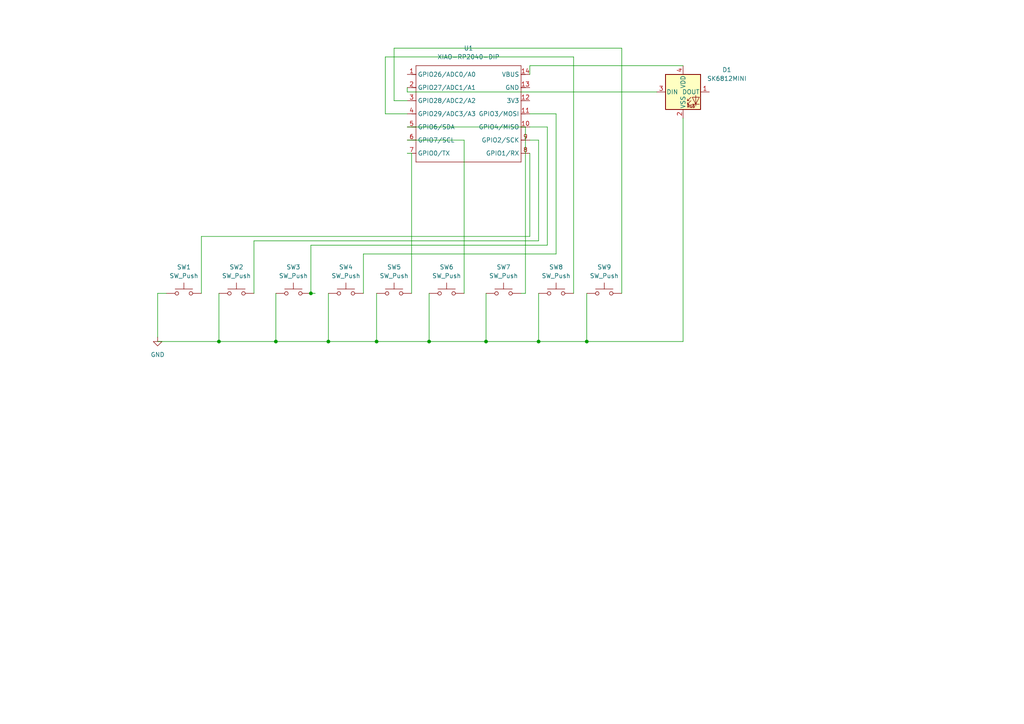
<source format=kicad_sch>
(kicad_sch (version 20250114) (generator "eeschema") (generator_version "9.0")
  (paper "A4")
  (lib_symbols
    (symbol "LED:SK6812MINI" (pin_names (offset 0.254))
      (property "Reference" "D" (at 5.08 5.715 0))
      (property "Value" "SK6812MINI" (at 1.27 -5.715 0))
      (symbol "SK6812MINI_0_0"
        (text "RGB" (at 2.286 -4.191 0) (effects (font (size 0.762 0.762))))
      )
      (symbol "SK6812MINI_0_1"
        (polyline (pts (xy 1.27 -2.54) (xy 1.778 -2.54)))
        (polyline (pts (xy 1.27 -3.556) (xy 1.778 -3.556)))
        (polyline (pts (xy 2.286 -1.524) (xy 1.27 -2.54) (xy 1.27 -2.032)))
        (polyline (pts (xy 2.286 -2.54) (xy 1.27 -3.556) (xy 1.27 -3.048)))
        (polyline (pts (xy 3.683 -1.016) (xy 3.683 -3.556) (xy 3.683 -4.064)))
        (polyline (pts (xy 4.699 -1.524) (xy 2.667 -1.524) (xy 3.683 -3.556) (xy 4.699 -1.524)))
        (polyline (pts (xy 4.699 -3.556) (xy 2.667 -3.556)))
        (rectangle (start 5.08 5.08) (end -5.08 -5.08) (stroke (width 0.254)) (fill (type background)))
      )
      (symbol "SK6812MINI_1_1"
        (pin input line (at -7.62 0 0) (length 2.54) (name "DIN") (number "3"))
        (pin power_in line (at 0 7.62 270) (length 2.54) (name "VDD") (number "4"))
        (pin power_in line (at 0 -7.62 90) (length 2.54) (name "VSS") (number "2"))
        (pin output line (at 7.62 0 180) (length 2.54) (name "DOUT") (number "1"))
      )
    )
    (symbol "Seeed_Studio_XIAO_Series:XIAO-RP2040-DIP"
      (property "Reference" "U" (at 0 0 0))
      (property "Value" "XIAO-RP2040-DIP" (at 5.334 -1.778 0))
      (symbol "XIAO-RP2040-DIP_1_0"
        (polyline (pts (xy -1.27 -2.54) (xy 29.21 -2.54)) (stroke (width 0.1524)))
        (polyline (pts (xy -1.27 -5.08) (xy -2.54 -5.08)) (stroke (width 0.1524)))
        (polyline (pts (xy -1.27 -5.08) (xy -1.27 -2.54)) (stroke (width 0.1524)))
        (polyline (pts (xy -1.27 -8.89) (xy -2.54 -8.89)) (stroke (width 0.1524)))
        (polyline (pts (xy -1.27 -8.89) (xy -1.27 -5.08)) (stroke (width 0.1524)))
        (polyline (pts (xy -1.27 -12.7) (xy -2.54 -12.7)) (stroke (width 0.1524)))
        (polyline (pts (xy -1.27 -12.7) (xy -1.27 -8.89)) (stroke (width 0.1524)))
        (polyline (pts (xy -1.27 -16.51) (xy -2.54 -16.51)) (stroke (width 0.1524)))
        (polyline (pts (xy -1.27 -16.51) (xy -1.27 -12.7)) (stroke (width 0.1524)))
        (polyline (pts (xy -1.27 -20.32) (xy -2.54 -20.32)) (stroke (width 0.1524)))
        (polyline (pts (xy -1.27 -24.13) (xy -2.54 -24.13)) (stroke (width 0.1524)))
        (polyline (pts (xy -1.27 -27.94) (xy -2.54 -27.94)) (stroke (width 0.1524)))
        (polyline (pts (xy -1.27 -30.48) (xy -1.27 -16.51)) (stroke (width 0.1524)))
        (polyline (pts (xy 29.21 -2.54) (xy 29.21 -5.08)) (stroke (width 0.1524)))
        (polyline (pts (xy 29.21 -5.08) (xy 29.21 -8.89)) (stroke (width 0.1524)))
        (polyline (pts (xy 29.21 -8.89) (xy 29.21 -12.7)) (stroke (width 0.1524)))
        (polyline (pts (xy 29.21 -12.7) (xy 29.21 -30.48)) (stroke (width 0.1524)))
        (polyline (pts (xy 29.21 -30.48) (xy -1.27 -30.48)) (stroke (width 0.1524)))
        (polyline (pts (xy 30.48 -5.08) (xy 29.21 -5.08)) (stroke (width 0.1524)))
        (polyline (pts (xy 30.48 -8.89) (xy 29.21 -8.89)) (stroke (width 0.1524)))
        (polyline (pts (xy 30.48 -12.7) (xy 29.21 -12.7)) (stroke (width 0.1524)))
        (polyline (pts (xy 30.48 -16.51) (xy 29.21 -16.51)) (stroke (width 0.1524)))
        (polyline (pts (xy 30.48 -20.32) (xy 29.21 -20.32)) (stroke (width 0.1524)))
        (polyline (pts (xy 30.48 -24.13) (xy 29.21 -24.13)) (stroke (width 0.1524)))
        (polyline (pts (xy 30.48 -27.94) (xy 29.21 -27.94)) (stroke (width 0.1524)))
        (pin passive line (at -3.81 -5.08 0) (length 2.54) (name "GPIO26/ADC0/A0") (number "1"))
        (pin passive line (at -3.81 -8.89 0) (length 2.54) (name "GPIO27/ADC1/A1") (number "2"))
        (pin passive line (at -3.81 -12.7 0) (length 2.54) (name "GPIO28/ADC2/A2") (number "3"))
        (pin passive line (at -3.81 -16.51 0) (length 2.54) (name "GPIO29/ADC3/A3") (number "4"))
        (pin passive line (at -3.81 -20.32 0) (length 2.54) (name "GPIO6/SDA") (number "5"))
        (pin passive line (at -3.81 -24.13 0) (length 2.54) (name "GPIO7/SCL") (number "6"))
        (pin passive line (at -3.81 -27.94 0) (length 2.54) (name "GPIO0/TX") (number "7"))
        (pin passive line (at 31.75 -5.08 180) (length 2.54) (name "VBUS") (number "14"))
        (pin passive line (at 31.75 -8.89 180) (length 2.54) (name "GND") (number "13"))
        (pin passive line (at 31.75 -12.7 180) (length 2.54) (name "3V3") (number "12"))
        (pin passive line (at 31.75 -16.51 180) (length 2.54) (name "GPIO3/MOSI") (number "11"))
        (pin passive line (at 31.75 -20.32 180) (length 2.54) (name "GPIO4/MISO") (number "10"))
        (pin passive line (at 31.75 -24.13 180) (length 2.54) (name "GPIO2/SCK") (number "9"))
        (pin passive line (at 31.75 -27.94 180) (length 2.54) (name "GPIO1/RX") (number "8"))
      )
    )
    (symbol "Switch:SW_Push" (pin_numbers (hide yes)) (pin_names (offset 1.016) (hide yes))
      (property "Reference" "SW" (at 1.27 2.54 0))
      (property "Value" "SW_Push" (at 0 -1.524 0))
      (symbol "SW_Push_0_1"
        (circle (center -2.032 0) (radius 0.508))
        (polyline (pts (xy 0 1.27) (xy 0 3.048)))
        (circle (center 2.032 0) (radius 0.508))
        (polyline (pts (xy 2.54 1.27) (xy -2.54 1.27)))
        (pin passive line (at -5.08 0 0) (length 2.54) (name "1") (number "1"))
        (pin passive line (at 5.08 0 180) (length 2.54) (name "2") (number "2"))
      )
    )
    (symbol "power:GND" (power) (pin_numbers (hide yes)) (pin_names (offset 0) (hide yes))
      (property "Value" "GND" (at 0 -3.81 0))
      (symbol "GND_0_1"
        (polyline (pts (xy 0 0) (xy 0 -1.27) (xy 1.27 -1.27) (xy 0 -2.54) (xy -1.27 -1.27) (xy 0 -1.27)))
      )
      (symbol "GND_1_1"
        (pin power_in line (at 0 0 270) (length 0) (name "~") (number "1"))
      )
    )
  )
  (junction (at 140.97 99.06))
  (junction (at 156.21 99.06))
  (junction (at 109.22 99.06))
  (junction (at 124.46 99.06))
  (junction (at 63.5 99.06))
  (junction (at 95.25 99.06))
  (junction (at 80.01 99.06))
  (junction (at 170.18 99.06))
  (junction (at 90.17 85.09))
  (wire (pts (xy 80.01 99.06) (xy 95.25 99.06)))
  (wire (pts (xy 118.11 26.67) (xy 118.11 25.4)))
  (wire (pts (xy 152.4 36.83) (xy 118.11 36.83)))
  (wire (pts (xy 153.67 68.58) (xy 153.67 44.45)))
  (wire (pts (xy 111.76 16.51) (xy 111.76 33.02)))
  (wire (pts (xy 156.21 99.06) (xy 170.18 99.06)))
  (wire (pts (xy 114.3 29.21) (xy 114.3 13.97)))
  (wire (pts (xy 153.67 36.83) (xy 158.75 36.83)))
  (wire (pts (xy 153.67 19.05) (xy 153.67 21.59)))
  (wire (pts (xy 170.18 99.06) (xy 198.12 99.06)))
  (wire (pts (xy 166.37 16.51) (xy 111.76 16.51)))
  (wire (pts (xy 190.5 26.67) (xy 118.11 26.67)))
  (wire (pts (xy 151.13 85.09) (xy 152.4 85.09)))
  (wire (pts (xy 140.97 85.09) (xy 140.97 99.06)))
  (wire (pts (xy 158.75 36.83) (xy 158.75 71.12)))
  (wire (pts (xy 58.42 68.58) (xy 153.67 68.58)))
  (wire (pts (xy 111.76 33.02) (xy 118.11 33.02)))
  (wire (pts (xy 109.22 99.06) (xy 95.25 99.06)))
  (wire (pts (xy 152.4 85.09) (xy 152.4 36.83)))
  (wire (pts (xy 45.72 85.09) (xy 48.26 85.09)))
  (wire (pts (xy 124.46 99.06) (xy 109.22 99.06)))
  (wire (pts (xy 45.72 99.06) (xy 63.5 99.06)))
  (wire (pts (xy 166.37 85.09) (xy 166.37 16.51)))
  (wire (pts (xy 45.72 97.79) (xy 45.72 85.09)))
  (wire (pts (xy 80.01 85.09) (xy 80.01 99.06)))
  (wire (pts (xy 63.5 99.06) (xy 63.5 85.09)))
  (wire (pts (xy 105.41 73.66) (xy 105.41 85.09)))
  (wire (pts (xy 161.29 73.66) (xy 105.41 73.66)))
  (wire (pts (xy 161.29 33.02) (xy 161.29 73.66)))
  (wire (pts (xy 124.46 85.09) (xy 124.46 99.06)))
  (wire (pts (xy 134.62 40.64) (xy 118.11 40.64)))
  (wire (pts (xy 170.18 85.09) (xy 170.18 99.06)))
  (wire (pts (xy 158.75 71.12) (xy 90.17 71.12)))
  (wire (pts (xy 73.66 69.85) (xy 156.21 69.85)))
  (wire (pts (xy 198.12 34.29) (xy 198.12 99.06)))
  (wire (pts (xy 119.38 44.45) (xy 118.11 44.45)))
  (wire (pts (xy 119.38 85.09) (xy 119.38 44.45)))
  (wire (pts (xy 95.25 85.09) (xy 95.25 99.06)))
  (wire (pts (xy 156.21 85.09) (xy 156.21 99.06)))
  (wire (pts (xy 156.21 40.64) (xy 153.67 40.64)))
  (wire (pts (xy 156.21 69.85) (xy 156.21 40.64)))
  (wire (pts (xy 134.62 85.09) (xy 134.62 40.64)))
  (wire (pts (xy 156.21 99.06) (xy 140.97 99.06)))
  (wire (pts (xy 63.5 99.06) (xy 80.01 99.06)))
  (wire (pts (xy 109.22 85.09) (xy 109.22 99.06)))
  (wire (pts (xy 180.34 13.97) (xy 180.34 85.09)))
  (wire (pts (xy 114.3 13.97) (xy 180.34 13.97)))
  (wire (pts (xy 58.42 85.09) (xy 58.42 68.58)))
  (wire (pts (xy 90.17 71.12) (xy 90.17 85.09)))
  (wire (pts (xy 118.11 29.21) (xy 114.3 29.21)))
  (wire (pts (xy 73.66 85.09) (xy 73.66 69.85)))
  (wire (pts (xy 198.12 19.05) (xy 153.67 19.05)))
  (wire (pts (xy 90.17 85.09) (xy 91.44 85.09)))
  (wire (pts (xy 140.97 99.06) (xy 124.46 99.06)))
  (wire (pts (xy 153.67 33.02) (xy 161.29 33.02)))
  (symbol (lib_id "Switch:SW_Push") (at 100.33 85.09 0) (unit 1)
    (property "Reference" "SW4" (at 100.33 77.47 0))
    (property "Value" "SW_Push" (at 100.33 80.01 0))
    (property "Footprint" "Button_Switch_Keyboard:SW_Cherry_MX_1.00u_PCB" (effects (hide yes)))
    (property "Description" "Push button switch, generic, two pins" (effects (hide yes)))
  )
  (symbol (lib_id "Switch:SW_Push") (at 53.34 85.09 0) (unit 1)
    (property "Reference" "SW1" (at 53.34 77.47 0))
    (property "Value" "SW_Push" (at 53.34 80.01 0))
    (property "Footprint" "Button_Switch_Keyboard:SW_Cherry_MX_1.00u_PCB" (effects (hide yes)))
    (property "Description" "Push button switch, generic, two pins" (effects (hide yes)))
  )
  (symbol (lib_id "Switch:SW_Push") (at 114.3 85.09 0) (unit 1)
    (property "Reference" "SW5" (at 114.3 77.47 0))
    (property "Value" "SW_Push" (at 114.3 80.01 0))
    (property "Footprint" "Button_Switch_Keyboard:SW_Cherry_MX_1.00u_PCB" (effects (hide yes)))
    (property "Description" "Push button switch, generic, two pins" (effects (hide yes)))
  )
  (symbol (lib_id "Seeed_Studio_XIAO_Series:XIAO-RP2040-DIP") (at 121.92 16.51 0) (unit 1)
    (property "Reference" "U1" (at 135.89 13.97 0))
    (property "Value" "XIAO-RP2040-DIP" (at 135.89 16.51 0))
    (property "Footprint" "footprint:XIAO-RP2040-DIP" (effects (hide yes)))
  )
  (symbol (lib_id "Switch:SW_Push") (at 85.09 85.09 0) (unit 1)
    (property "Reference" "SW3" (at 85.09 77.47 0))
    (property "Value" "SW_Push" (at 85.09 80.01 0))
    (property "Footprint" "Button_Switch_Keyboard:SW_Cherry_MX_1.00u_PCB" (effects (hide yes)))
    (property "Description" "Push button switch, generic, two pins" (effects (hide yes)))
  )
  (symbol (lib_id "power:GND") (at 45.72 97.79 0) (unit 1)
    (property "Reference" "#PWR01" (effects (hide yes)))
    (property "Value" "GND" (at 45.72 102.87 0))
    (property "Description" "Power symbol creates a global label with name \"GND\" , ground" (effects (hide yes)))
  )
  (symbol (lib_id "Switch:SW_Push") (at 129.54 85.09 0) (unit 1)
    (property "Reference" "SW6" (at 129.54 77.47 0))
    (property "Value" "SW_Push" (at 129.54 80.01 0))
    (property "Footprint" "Button_Switch_Keyboard:SW_Cherry_MX_1.00u_PCB" (effects (hide yes)))
    (property "Description" "Push button switch, generic, two pins" (effects (hide yes)))
  )
  (symbol (lib_id "Switch:SW_Push") (at 68.58 85.09 0) (unit 1)
    (property "Reference" "SW2" (at 68.58 77.47 0))
    (property "Value" "SW_Push" (at 68.58 80.01 0))
    (property "Footprint" "Button_Switch_Keyboard:SW_Cherry_MX_1.00u_PCB" (effects (hide yes)))
    (property "Description" "Push button switch, generic, two pins" (effects (hide yes)))
  )
  (symbol (lib_id "Switch:SW_Push") (at 146.05 85.09 0) (unit 1)
    (property "Reference" "SW7" (at 146.05 77.47 0))
    (property "Value" "SW_Push" (at 146.05 80.01 0))
    (property "Footprint" "Button_Switch_Keyboard:SW_Cherry_MX_1.00u_PCB" (effects (hide yes)))
    (property "Description" "Push button switch, generic, two pins" (effects (hide yes)))
  )
  (symbol (lib_id "Switch:SW_Push") (at 161.29 85.09 0) (unit 1)
    (property "Reference" "SW8" (at 161.29 77.47 0))
    (property "Value" "SW_Push" (at 161.29 80.01 0))
    (property "Footprint" "Button_Switch_Keyboard:SW_Cherry_MX_1.00u_PCB" (effects (hide yes)))
    (property "Description" "Push button switch, generic, two pins" (effects (hide yes)))
  )
  (symbol (lib_id "LED:SK6812MINI") (at 198.12 26.67 0) (unit 1)
    (property "Reference" "D1" (at 210.82 20.2498 0))
    (property "Value" "SK6812MINI" (at 210.82 22.7898 0))
    (property "Footprint" "LED_SMD:LED_SK6812MINI_PLCC4_3.5x3.5mm_P1.75mm" (effects (hide yes)))
    (property "Datasheet" "https://cdn-shop.adafruit.com/product-files/2686/SK6812MINI_REV.01-1-2.pdf" (effects (hide yes)))
    (property "Description" "RGB LED with integrated controller" (effects (hide yes)))
  )
  (symbol (lib_id "Switch:SW_Push") (at 175.26 85.09 0) (unit 1)
    (property "Reference" "SW9" (at 175.26 77.47 0))
    (property "Value" "SW_Push" (at 175.26 80.01 0))
    (property "Footprint" "Button_Switch_Keyboard:SW_Cherry_MX_1.00u_PCB" (effects (hide yes)))
    (property "Description" "Push button switch, generic, two pins" (effects (hide yes)))
  )
)
</source>
